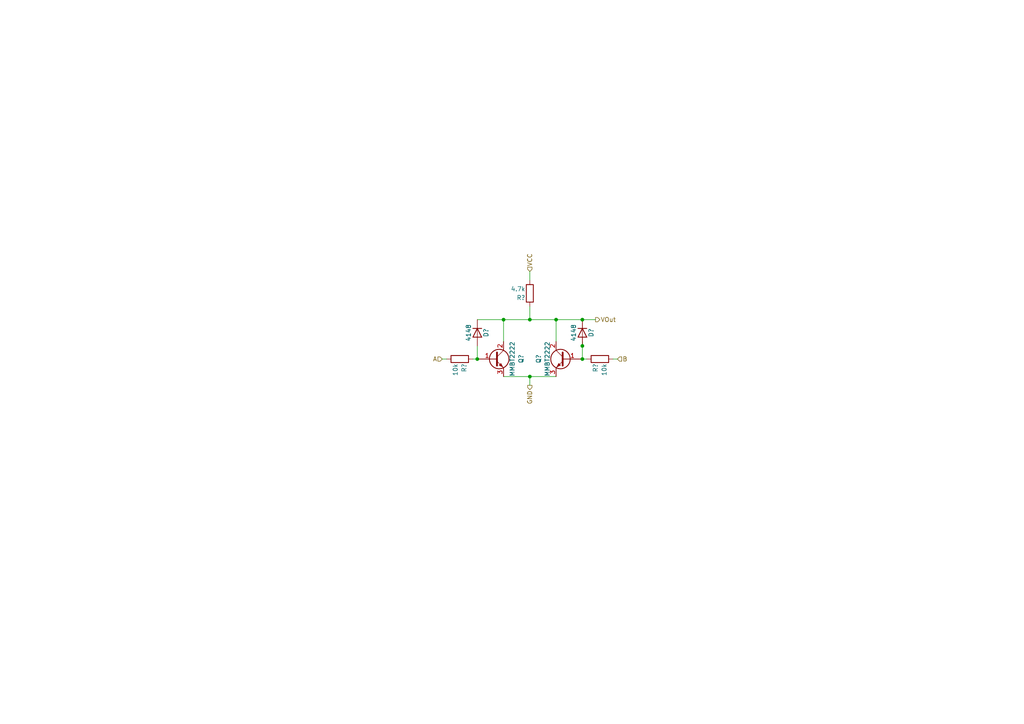
<source format=kicad_sch>
(kicad_sch (version 20211123) (generator eeschema)
  (paper "A4")
  (lib_symbols
    (symbol "Device:D" (pin_numbers hide) (pin_names (offset 1.016) hide)
      (property "Reference" "D" (at 0 2.54 0))
      (property "Value" "D" (at 0 -2.54 0))
      (symbol "D_0_1"
        (polyline (pts (xy -1.27 1.27) (xy -1.27 -1.27)) (stroke (width 0.254)))
        (polyline (pts (xy 1.27 0) (xy -1.27 0)))
        (polyline (pts (xy 1.27 1.27) (xy 1.27 -1.27) (xy -1.27 0) (xy 1.27 1.27)) (stroke (width 0.254)))
      )
      (symbol "D_1_1"
        (pin passive line (at -3.81 0 0) (length 2.54) (name "K") (number "1"))
        (pin passive line (at 3.81 0 180) (length 2.54) (name "A") (number "2"))
      )
    )
    (symbol "Device:Q_NPN_BCE" (pin_names (offset 0) hide)
      (property "Reference" "Q" (at 5.08 1.27 0))
      (property "Value" "Q_NPN_BCE" (at 5.08 -1.27 0))
      (symbol "Q_NPN_BCE_0_1"
        (polyline (pts (xy 0.635 0.635) (xy 2.54 2.54)))
        (polyline (pts (xy 0.635 -0.635) (xy 2.54 -2.54) (xy 2.54 -2.54)))
        (polyline (pts (xy 0.635 1.905) (xy 0.635 -1.905) (xy 0.635 -1.905)) (stroke (width 0.508)))
        (polyline (pts (xy 1.27 -1.778) (xy 1.778 -1.27) (xy 2.286 -2.286) (xy 1.27 -1.778) (xy 1.27 -1.778)) (fill (type outline)))
        (circle (center 1.27 0) (radius 2.8194) (stroke (width 0.254)))
      )
      (symbol "Q_NPN_BCE_1_1"
        (pin input line (at -5.08 0 0) (length 5.715) (name "B") (number "1"))
        (pin passive line (at 2.54 5.08 270) (length 2.54) (name "C") (number "2"))
        (pin passive line (at 2.54 -5.08 90) (length 2.54) (name "E") (number "3"))
      )
    )
    (symbol "Device:R" (pin_numbers hide) (pin_names (offset 0))
      (property "Reference" "R" (at 2.032 0 90))
      (property "Value" "R" (at 0 0 90))
      (symbol "R_0_1"
        (rectangle (start -1.016 -2.54) (end 1.016 2.54) (stroke (width 0.254)))
      )
      (symbol "R_1_1"
        (pin passive line (at 0 3.81 270) (length 1.27) (name "~") (number "1"))
        (pin passive line (at 0 -3.81 90) (length 1.27) (name "~") (number "2"))
      )
    )
  )
  (junction (at 161.29 92.71))
  (junction (at 168.91 104.14))
  (junction (at 138.43 104.14))
  (junction (at 168.91 100.33))
  (junction (at 153.67 109.22))
  (junction (at 153.67 92.71))
  (junction (at 146.05 92.71))
  (junction (at 168.91 92.71))
  (wire (pts (xy 146.05 92.71) (xy 153.67 92.71)))
  (wire (pts (xy 153.67 109.22) (xy 161.29 109.22)))
  (wire (pts (xy 153.67 78.74) (xy 153.67 81.28)))
  (wire (pts (xy 168.91 92.71) (xy 172.72 92.71)))
  (wire (pts (xy 153.67 92.71) (xy 161.29 92.71)))
  (wire (pts (xy 137.16 104.14) (xy 138.43 104.14)))
  (wire (pts (xy 146.05 92.71) (xy 146.05 99.06)))
  (wire (pts (xy 153.67 109.22) (xy 146.05 109.22)))
  (wire (pts (xy 168.91 104.14) (xy 170.18 104.14)))
  (wire (pts (xy 153.67 111.76) (xy 153.67 109.22)))
  (wire (pts (xy 168.91 100.33) (xy 168.91 104.14)))
  (wire (pts (xy 138.43 92.71) (xy 146.05 92.71)))
  (wire (pts (xy 128.27 104.14) (xy 129.54 104.14)))
  (wire (pts (xy 179.07 104.14) (xy 177.8 104.14)))
  (wire (pts (xy 161.29 92.71) (xy 161.29 99.06)))
  (wire (pts (xy 161.29 92.71) (xy 168.91 92.71)))
  (wire (pts (xy 153.67 88.9) (xy 153.67 92.71)))
  (wire (pts (xy 138.43 100.33) (xy 138.43 104.14)))
  (wire (pts (xy 168.91 99.06) (xy 168.91 100.33)))
  (hierarchical_label "VCC" (shape input) (at 153.67 78.74 90))
  (hierarchical_label "B" (shape input) (at 179.07 104.14 0))
  (hierarchical_label "GND" (shape output) (at 153.67 111.76 270))
  (hierarchical_label "A" (shape input) (at 128.27 104.14 180))
  (hierarchical_label "VOut" (shape output) (at 172.72 92.71 0))
  (symbol (lib_id "Device:D") (at 168.91 96.52 270) (unit 1)
    (property "Reference" "D?" (at 171.45 96.52 0))
    (property "Value" "4148" (at 166.37 96.52 0))
  )
  (symbol (lib_id "Device:D") (at 138.43 96.52 270) (unit 1)
    (property "Reference" "D?" (at 140.97 96.52 0))
    (property "Value" "4148" (at 135.89 96.52 0))
  )
  (symbol (lib_id "Device:Q_NPN_BCE") (at 163.83 104.14 0) (mirror y) (unit 1)
    (property "Reference" "Q?" (at 156.21 105.41 90) (effects (justify left)))
    (property "Value" "MMBT2222" (at 158.75 109.22 90) (effects (justify left)))
  )
  (symbol (lib_id "Device:R") (at 153.67 85.09 180) (unit 1)
    (property "Reference" "R?" (at 152.4 86.36 0) (effects (justify left)))
    (property "Value" "4.7k" (at 152.4 83.82 0) (effects (justify left)))
  )
  (symbol (lib_id "Device:R") (at 173.99 104.14 90) (mirror x) (unit 1)
    (property "Reference" "R?" (at 172.72 105.41 0) (effects (justify left)))
    (property "Value" "10k" (at 175.26 105.41 0) (effects (justify left)))
  )
  (symbol (lib_id "Device:Q_NPN_BCE") (at 143.51 104.14 0) (unit 1)
    (property "Reference" "Q?" (at 151.13 105.41 90) (effects (justify left)))
    (property "Value" "MMBT2222" (at 148.59 109.22 90) (effects (justify left)))
  )
  (symbol (lib_id "Device:R") (at 133.35 104.14 270) (unit 1)
    (property "Reference" "R?" (at 134.62 105.41 0) (effects (justify left)))
    (property "Value" "10k" (at 132.08 105.41 0) (effects (justify left)))
  )
)
</source>
